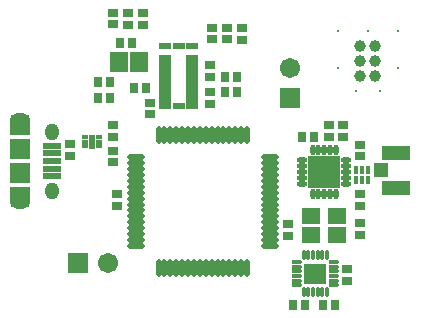
<source format=gts>
G04*
G04 #@! TF.GenerationSoftware,Altium Limited,Altium Designer,19.1.7 (138)*
G04*
G04 Layer_Color=8388736*
%FSLAX44Y44*%
%MOMM*%
G71*
G01*
G75*
%ADD38R,0.9032X0.8032*%
%ADD39R,0.8032X0.9032*%
%ADD40R,0.5532X0.3832*%
%ADD41R,0.5032X1.1432*%
%ADD42O,0.5032X1.5032*%
%ADD43O,1.5032X0.5032*%
%ADD44R,1.5532X0.6032*%
%ADD45R,1.7532X1.7032*%
%ADD46R,1.6032X1.4032*%
%ADD47R,0.4532X0.7532*%
%ADD48R,1.9032X1.7432*%
%ADD49O,0.4032X0.8532*%
%ADD50O,0.8532X0.4032*%
%ADD51O,0.9032X0.4532*%
%ADD52O,0.4532X0.9032*%
%ADD53R,2.8032X2.8032*%
%ADD54R,1.5032X1.7032*%
%ADD55R,1.1032X0.5032*%
%ADD56R,1.0532X0.5032*%
%ADD57R,1.2532X1.2032*%
%ADD58R,2.4032X1.2532*%
%ADD59C,0.9906*%
%ADD60R,1.7532X1.4032*%
%ADD61R,1.7532X1.4032*%
%ADD62O,1.1532X1.4532*%
%ADD63O,1.7532X1.1032*%
%ADD64R,1.7032X1.7032*%
%ADD65C,1.7032*%
%ADD66R,1.7032X1.7032*%
%ADD67C,0.2032*%
%ADD68C,0.7032*%
D38*
X1041400Y885350D02*
D03*
Y895350D02*
D03*
X961390Y744380D02*
D03*
Y754380D02*
D03*
X921672Y786502D02*
D03*
Y796502D02*
D03*
X1166970Y796210D02*
D03*
Y786210D02*
D03*
X1152660Y812720D02*
D03*
Y802720D02*
D03*
X1140460Y812720D02*
D03*
Y802720D02*
D03*
X1155700Y690880D02*
D03*
Y680880D02*
D03*
X1166970Y744380D02*
D03*
Y754380D02*
D03*
X989330Y831850D02*
D03*
Y821850D02*
D03*
X957580Y898050D02*
D03*
Y908050D02*
D03*
X982980Y897890D02*
D03*
Y907890D02*
D03*
X970280Y897890D02*
D03*
Y907890D02*
D03*
X1054100Y895270D02*
D03*
Y885270D02*
D03*
X1066800Y895190D02*
D03*
Y885190D02*
D03*
X1040130Y830660D02*
D03*
Y840660D02*
D03*
Y853520D02*
D03*
Y863520D02*
D03*
X1106170Y718900D02*
D03*
Y728900D02*
D03*
X1166970Y730090D02*
D03*
Y720090D02*
D03*
X957580Y802640D02*
D03*
Y812640D02*
D03*
Y791130D02*
D03*
Y781130D02*
D03*
D39*
X1110060Y660400D02*
D03*
X1120060D02*
D03*
X1117600Y802640D02*
D03*
X1127600D02*
D03*
X975520Y844550D02*
D03*
X985520D02*
D03*
X954960Y849630D02*
D03*
X944960D02*
D03*
X954880Y835660D02*
D03*
X944880D02*
D03*
X974010Y882650D02*
D03*
X964010D02*
D03*
X1052910Y840740D02*
D03*
X1062910D02*
D03*
X1052910Y853440D02*
D03*
X1062910D02*
D03*
X1135380Y660400D02*
D03*
X1145380D02*
D03*
D40*
X945650Y794830D02*
D03*
Y798830D02*
D03*
Y802830D02*
D03*
X933950Y794830D02*
D03*
Y798830D02*
D03*
Y802830D02*
D03*
D41*
X939800Y798830D02*
D03*
D42*
X996280Y804530D02*
D03*
X1001280D02*
D03*
X1006280D02*
D03*
X1011280D02*
D03*
X1016280D02*
D03*
X1021280D02*
D03*
X1026280D02*
D03*
X1031280D02*
D03*
X1036280D02*
D03*
X1041280D02*
D03*
X1046280D02*
D03*
X1051280D02*
D03*
X1056280D02*
D03*
X1061280D02*
D03*
X1066280D02*
D03*
X1071280D02*
D03*
Y691530D02*
D03*
X1066280D02*
D03*
X1061280D02*
D03*
X1056280D02*
D03*
X1051280D02*
D03*
X1046280D02*
D03*
X1041280D02*
D03*
X1036280D02*
D03*
X1031280D02*
D03*
X1026280D02*
D03*
X1021280D02*
D03*
X1016280D02*
D03*
X1011280D02*
D03*
X1006280D02*
D03*
X1001280D02*
D03*
X996280D02*
D03*
D43*
X1090280Y785530D02*
D03*
Y780530D02*
D03*
Y775530D02*
D03*
Y770530D02*
D03*
Y765530D02*
D03*
Y760530D02*
D03*
Y755530D02*
D03*
Y750530D02*
D03*
Y745530D02*
D03*
Y740530D02*
D03*
Y735530D02*
D03*
Y730530D02*
D03*
Y725530D02*
D03*
Y720530D02*
D03*
Y715530D02*
D03*
Y710530D02*
D03*
X977280D02*
D03*
Y715530D02*
D03*
Y720530D02*
D03*
Y725530D02*
D03*
Y730530D02*
D03*
Y735530D02*
D03*
Y740530D02*
D03*
Y745530D02*
D03*
Y750530D02*
D03*
Y755530D02*
D03*
Y760530D02*
D03*
Y765530D02*
D03*
Y770530D02*
D03*
Y775530D02*
D03*
Y780530D02*
D03*
Y785530D02*
D03*
D44*
X906310Y795320D02*
D03*
Y788820D02*
D03*
Y782320D02*
D03*
Y775820D02*
D03*
Y769320D02*
D03*
D45*
X879310Y792320D02*
D03*
Y772320D02*
D03*
D46*
X1147478Y735802D02*
D03*
Y719802D02*
D03*
X1125478Y735802D02*
D03*
Y719802D02*
D03*
D47*
X1173240Y774700D02*
D03*
X1168240D02*
D03*
X1163240D02*
D03*
Y766200D02*
D03*
X1168240D02*
D03*
X1173240D02*
D03*
D48*
X1129030Y687070D02*
D03*
D49*
X1119030Y702820D02*
D03*
X1123030D02*
D03*
X1127030D02*
D03*
X1131030D02*
D03*
X1135030D02*
D03*
X1139030D02*
D03*
Y671320D02*
D03*
X1135030D02*
D03*
X1131030D02*
D03*
X1127030D02*
D03*
X1123030D02*
D03*
X1119030D02*
D03*
D50*
X1144780Y697070D02*
D03*
Y693070D02*
D03*
Y689070D02*
D03*
Y685070D02*
D03*
Y681070D02*
D03*
Y677070D02*
D03*
X1113280D02*
D03*
Y681070D02*
D03*
Y685070D02*
D03*
Y689070D02*
D03*
Y693070D02*
D03*
Y697070D02*
D03*
D51*
X1118150Y782880D02*
D03*
Y777880D02*
D03*
Y772880D02*
D03*
Y767880D02*
D03*
Y762880D02*
D03*
X1155150D02*
D03*
Y767880D02*
D03*
Y772880D02*
D03*
Y777880D02*
D03*
Y782880D02*
D03*
D52*
X1126650Y754380D02*
D03*
X1131650D02*
D03*
X1136650D02*
D03*
X1141650D02*
D03*
X1146650D02*
D03*
Y791380D02*
D03*
X1141650D02*
D03*
X1136650D02*
D03*
X1131650D02*
D03*
X1126650D02*
D03*
D53*
X1136650Y772880D02*
D03*
D54*
X980050Y866140D02*
D03*
X963050D02*
D03*
D55*
X1024890Y829345D02*
D03*
Y834408D02*
D03*
Y839470D02*
D03*
Y844532D02*
D03*
Y849595D02*
D03*
Y854658D02*
D03*
Y859720D02*
D03*
Y879345D02*
D03*
Y869845D02*
D03*
Y864782D02*
D03*
X1001890Y864782D02*
D03*
Y869845D02*
D03*
Y879345D02*
D03*
Y859720D02*
D03*
Y854658D02*
D03*
Y849595D02*
D03*
Y844532D02*
D03*
Y839470D02*
D03*
Y834408D02*
D03*
Y829345D02*
D03*
D56*
X1013390Y829345D02*
D03*
Y879345D02*
D03*
D57*
X1184750Y774700D02*
D03*
D58*
X1197750Y759950D02*
D03*
Y789450D02*
D03*
D59*
X1167130Y880110D02*
D03*
X1179830D02*
D03*
X1167130Y867410D02*
D03*
X1179830D02*
D03*
X1167130Y854710D02*
D03*
X1179830D02*
D03*
D60*
X879310Y811320D02*
D03*
D61*
X879310Y753320D02*
D03*
D62*
X906310Y757320D02*
D03*
Y807320D02*
D03*
D63*
X879310Y747320D02*
D03*
Y817320D02*
D03*
D64*
X1107440Y835660D02*
D03*
D65*
Y861060D02*
D03*
X953770Y695960D02*
D03*
D66*
X928370D02*
D03*
D67*
X1148080Y861060D02*
D03*
Y892810D02*
D03*
X1198880Y861060D02*
D03*
Y892810D02*
D03*
X1173480D02*
D03*
X1183640Y842010D02*
D03*
X1163320D02*
D03*
D68*
X1131150Y778380D02*
D03*
X1142150D02*
D03*
X1131150Y767380D02*
D03*
X1142150D02*
D03*
M02*

</source>
